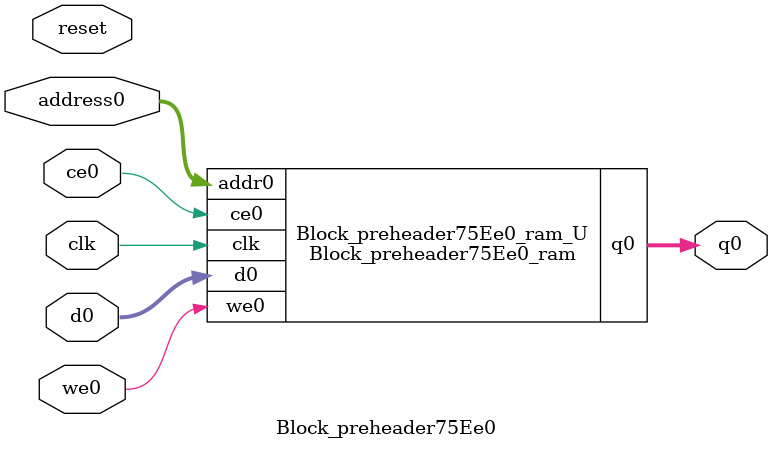
<source format=v>
`timescale 1 ns / 1 ps
module Block_preheader75Ee0_ram (addr0, ce0, d0, we0, q0,  clk);

parameter DWIDTH = 5;
parameter AWIDTH = 12;
parameter MEM_SIZE = 3444;

input[AWIDTH-1:0] addr0;
input ce0;
input[DWIDTH-1:0] d0;
input we0;
output reg[DWIDTH-1:0] q0;
input clk;

(* ram_style = "block" *)reg [DWIDTH-1:0] ram[0:MEM_SIZE-1];




always @(posedge clk)  
begin 
    if (ce0) begin
        if (we0) 
            ram[addr0] <= d0; 
        q0 <= ram[addr0];
    end
end


endmodule

`timescale 1 ns / 1 ps
module Block_preheader75Ee0(
    reset,
    clk,
    address0,
    ce0,
    we0,
    d0,
    q0);

parameter DataWidth = 32'd5;
parameter AddressRange = 32'd3444;
parameter AddressWidth = 32'd12;
input reset;
input clk;
input[AddressWidth - 1:0] address0;
input ce0;
input we0;
input[DataWidth - 1:0] d0;
output[DataWidth - 1:0] q0;



Block_preheader75Ee0_ram Block_preheader75Ee0_ram_U(
    .clk( clk ),
    .addr0( address0 ),
    .ce0( ce0 ),
    .we0( we0 ),
    .d0( d0 ),
    .q0( q0 ));

endmodule


</source>
